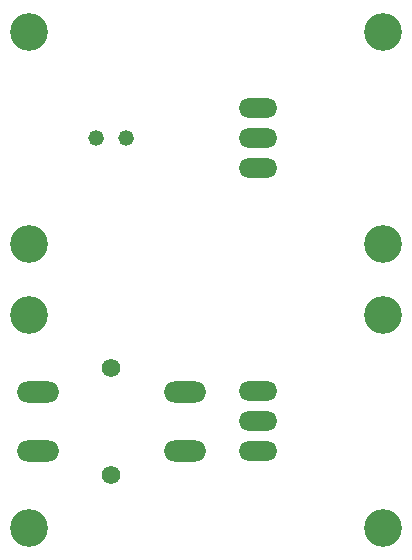
<source format=gbp>
G04 (created by PCBNEW (2013-03-19 BZR 4004)-stable) date 2015/1/6 10:08:28*
%MOIN*%
G04 Gerber Fmt 3.4, Leading zero omitted, Abs format*
%FSLAX34Y34*%
G01*
G70*
G90*
G04 APERTURE LIST*
%ADD10C,0*%
%ADD11O,0.129X0.0645*%
%ADD12C,0.126*%
%ADD13C,0.0614*%
%ADD14O,0.141X0.0705*%
%ADD15C,0.052*%
G04 APERTURE END LIST*
G54D10*
G54D11*
X24559Y-14354D03*
X24559Y-15354D03*
X24559Y-16354D03*
G54D12*
X16929Y-11811D03*
X28740Y-11811D03*
X16929Y-18897D03*
X28740Y-18897D03*
G54D13*
X19685Y-23028D03*
G54D14*
X22145Y-25783D03*
X17225Y-25783D03*
X22145Y-23823D03*
X17225Y-23823D03*
G54D13*
X19685Y-26578D03*
G54D11*
X24559Y-23803D03*
X24559Y-24803D03*
X24559Y-25803D03*
G54D12*
X16929Y-21259D03*
X28740Y-21259D03*
X16929Y-28346D03*
X28740Y-28346D03*
G54D15*
X19185Y-15354D03*
X20185Y-15354D03*
M02*

</source>
